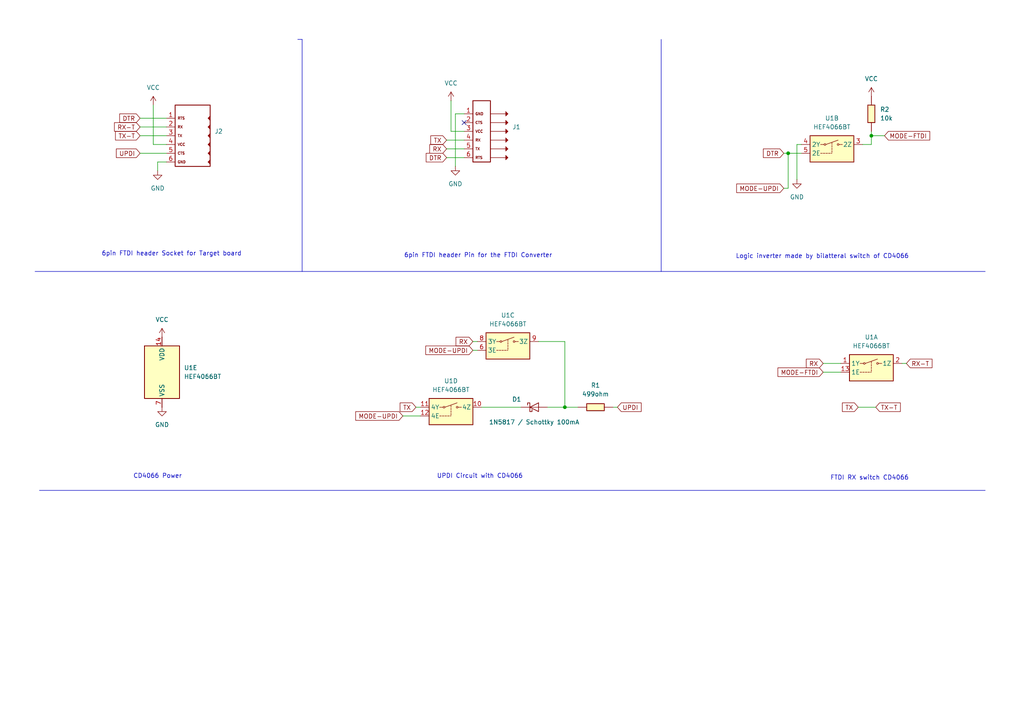
<source format=kicad_sch>
(kicad_sch (version 20250114) (generator "eeschema") (generator_version "9.0")
  (paper "A4")
  (title_block (title "Auto UPD I/ FTDI Conveter using bilateral switch v2") (date "2025-05-14") (rev "v2.0") (company "DesignedbySaheenPalayi | SuperFablabKera"))
  (lib_symbols
    (symbol "Analog_Switch:HEF4066BT"
      (property "Reference" "U" (at -4.572 9.144 0))
      (property "Value" "HEF4066BT" (at 7.62 9.144 0))
      (symbol "HEF4066BT_1_1"
        (rectangle (start -5.08 5.08) (end 7.62 -2.54) (stroke (width 0.254)) (fill (type background)))
        (polyline (pts (xy -2.032 2.54) (xy -1.016 2.54)))
        (polyline (pts (xy -2.032 0) (xy -1.524 0)))
        (polyline (pts (xy -1.27 0) (xy -0.762 0)))
        (circle (center -0.762 2.54) (radius 0.254))
        (polyline (pts (xy -0.508 2.54) (xy 3.048 3.81)))
        (polyline (pts (xy -0.508 0) (xy 0 0)))
        (polyline (pts (xy 0.254 0) (xy 0.762 0)))
        (polyline (pts (xy 1.016 0) (xy 1.27 0)))
        (polyline (pts (xy 1.27 2.54) (xy 1.27 3.048)))
        (polyline (pts (xy 1.27 1.778) (xy 1.27 2.286)))
        (polyline (pts (xy 1.27 1.016) (xy 1.27 1.524)))
        (polyline (pts (xy 1.27 0.254) (xy 1.27 0.762)))
        (circle (center 3.048 2.54) (radius 0.254))
        (polyline (pts (xy 4.318 2.54) (xy 3.302 2.54)))
        (pin passive line (at -7.62 2.54 0) (length 2.54) (name "1Y") (number "1"))
        (pin input line (at -7.62 0 0) (length 2.54) (name "1E") (number "13"))
        (pin passive line (at 10.16 2.54 180) (length 2.54) (name "1Z") (number "2"))
      )
      (symbol "HEF4066BT_2_1"
        (rectangle (start -5.08 5.08) (end 7.62 -2.54) (stroke (width 0.254)) (fill (type background)))
        (polyline (pts (xy -2.032 2.54) (xy -1.016 2.54)))
        (polyline (pts (xy -2.032 0) (xy -1.524 0)))
        (polyline (pts (xy -1.27 0) (xy -0.762 0)))
        (circle (center -0.762 2.54) (radius 0.254))
        (polyline (pts (xy -0.508 2.54) (xy 3.048 3.81)))
        (polyline (pts (xy -0.508 0) (xy 0 0)))
        (polyline (pts (xy 0.254 0) (xy 0.762 0)))
        (polyline (pts (xy 1.016 0) (xy 1.27 0)))
        (polyline (pts (xy 1.27 2.54) (xy 1.27 3.048)))
        (polyline (pts (xy 1.27 1.778) (xy 1.27 2.286)))
        (polyline (pts (xy 1.27 1.016) (xy 1.27 1.524)))
        (polyline (pts (xy 1.27 0.254) (xy 1.27 0.762)))
        (circle (center 3.048 2.54) (radius 0.254))
        (polyline (pts (xy 4.318 2.54) (xy 3.302 2.54)))
        (pin passive line (at -7.62 2.54 0) (length 2.54) (name "2Y") (number "4"))
        (pin input line (at -7.62 0 0) (length 2.54) (name "2E") (number "5"))
        (pin passive line (at 10.16 2.54 180) (length 2.54) (name "2Z") (number "3"))
      )
      (symbol "HEF4066BT_3_1"
        (rectangle (start -5.08 5.08) (end 7.62 -2.54) (stroke (width 0.254)) (fill (type background)))
        (polyline (pts (xy -2.032 2.54) (xy -1.016 2.54)))
        (polyline (pts (xy -2.032 0) (xy -1.524 0)))
        (polyline (pts (xy -1.27 0) (xy -0.762 0)))
        (circle (center -0.762 2.54) (radius 0.254))
        (polyline (pts (xy -0.508 2.54) (xy 3.048 3.81)))
        (polyline (pts (xy -0.508 0) (xy 0 0)))
        (polyline (pts (xy 0.254 0) (xy 0.762 0)))
        (polyline (pts (xy 1.016 0) (xy 1.27 0)))
        (polyline (pts (xy 1.27 2.54) (xy 1.27 3.048)))
        (polyline (pts (xy 1.27 1.778) (xy 1.27 2.286)))
        (polyline (pts (xy 1.27 1.016) (xy 1.27 1.524)))
        (polyline (pts (xy 1.27 0.254) (xy 1.27 0.762)))
        (circle (center 3.048 2.54) (radius 0.254))
        (polyline (pts (xy 4.318 2.54) (xy 3.302 2.54)))
        (pin passive line (at -7.62 2.54 0) (length 2.54) (name "3Y") (number "8"))
        (pin input line (at -7.62 0 0) (length 2.54) (name "3E") (number "6"))
        (pin passive line (at 10.16 2.54 180) (length 2.54) (name "3Z") (number "9"))
      )
      (symbol "HEF4066BT_4_1"
        (rectangle (start -5.08 5.08) (end 7.62 -2.54) (stroke (width 0.254)) (fill (type background)))
        (polyline (pts (xy -2.032 2.54) (xy -1.016 2.54)))
        (polyline (pts (xy -2.032 0) (xy -1.524 0)))
        (polyline (pts (xy -1.27 0) (xy -0.762 0)))
        (circle (center -0.762 2.54) (radius 0.254))
        (polyline (pts (xy -0.508 2.54) (xy 3.048 3.81)))
        (polyline (pts (xy -0.508 0) (xy 0 0)))
        (polyline (pts (xy 0.254 0) (xy 0.762 0)))
        (polyline (pts (xy 1.016 0) (xy 1.27 0)))
        (polyline (pts (xy 1.27 2.54) (xy 1.27 3.048)))
        (polyline (pts (xy 1.27 1.778) (xy 1.27 2.286)))
        (polyline (pts (xy 1.27 1.016) (xy 1.27 1.524)))
        (polyline (pts (xy 1.27 0.254) (xy 1.27 0.762)))
        (circle (center 3.048 2.54) (radius 0.254))
        (polyline (pts (xy 4.318 2.54) (xy 3.302 2.54)))
        (pin passive line (at -7.62 2.54 0) (length 2.54) (name "4Y") (number "11"))
        (pin input line (at -7.62 0 0) (length 2.54) (name "4E") (number "12"))
        (pin passive line (at 10.16 2.54 180) (length 2.54) (name "4Z") (number "10"))
      )
      (symbol "HEF4066BT_5_1"
        (rectangle (start -5.08 7.62) (end 5.08 -7.62) (stroke (width 0.254)) (fill (type background)))
        (pin power_in line (at 0 10.16 270) (length 2.54) (name "VDD") (number "14"))
        (pin power_in line (at 0 -10.16 90) (length 2.54) (name "VSS") (number "7"))
      )
    )
    (symbol "fab:Conn_PinHeader_FTDI_1x06_P2.54mm_Horizontal_SMD"
      (property "Reference" "J" (at 0 10.16 0))
      (property "Value" "Conn_PinHeader_FTDI_1x06_P2.54mm_Horizontal_SMD" (at 0 -10.16 0))
      (symbol "Conn_PinHeader_FTDI_1x06_P2.54mm_Horizontal_SMD_0_0"
        (polyline (pts (xy 2.54 5.08) (xy 7.62 5.08)))
        (polyline (pts (xy 2.54 2.54) (xy 7.62 2.54)))
        (polyline (pts (xy 2.54 0) (xy 7.62 0)))
        (polyline (pts (xy 2.54 -2.54) (xy 7.62 -2.54)))
        (polyline (pts (xy 2.54 -5.08) (xy 7.62 -5.08)))
        (polyline (pts (xy 2.54 -7.62) (xy 7.62 -7.62)))
        (polyline (pts (xy 6.985 5.715) (xy 7.62 5.08) (xy 6.985 4.445) (xy 6.985 5.715)) (fill (type outline)))
        (polyline (pts (xy 6.985 3.175) (xy 7.62 2.54) (xy 6.985 1.905) (xy 6.985 3.175)) (fill (type outline)))
        (polyline (pts (xy 6.985 0.635) (xy 7.62 0) (xy 6.985 -0.635) (xy 6.985 0.635)) (fill (type outline)))
        (polyline (pts (xy 6.985 -1.905) (xy 7.62 -2.54) (xy 6.985 -3.175) (xy 6.985 -1.905)) (fill (type outline)))
        (polyline (pts (xy 6.985 -4.445) (xy 7.62 -5.08) (xy 6.985 -5.715) (xy 6.985 -4.445)) (fill (type outline)))
        (polyline (pts (xy 6.985 -6.985) (xy 7.62 -7.62) (xy 6.985 -8.255) (xy 6.985 -6.985)) (fill (type outline)))
        (text "GND" (at -1.905 5.08 0) (effects (font (size 0.75 0.75)) (justify left)))
        (text "CTS" (at -1.905 2.54 0) (effects (font (size 0.75 0.75)) (justify left)))
        (text "VCC" (at -1.905 0 0) (effects (font (size 0.75 0.75)) (justify left)))
        (text "RX" (at -1.905 -2.54 0) (effects (font (size 0.75 0.75)) (justify left)))
        (text "TX" (at -1.905 -5.08 0) (effects (font (size 0.75 0.75)) (justify left)))
        (text "RTS" (at -1.905 -7.62 0) (effects (font (size 0.75 0.75)) (justify left)))
      )
      (symbol "Conn_PinHeader_FTDI_1x06_P2.54mm_Horizontal_SMD_1_0"
        (rectangle (start -2.54 8.89) (end 2.54 -8.89) (stroke (width 0.254)))
      )
      (symbol "Conn_PinHeader_FTDI_1x06_P2.54mm_Horizontal_SMD_1_1"
        (pin passive line (at -5.08 5.08 0) (length 2.54) (name "") (number "1"))
        (pin passive line (at -5.08 2.54 0) (length 2.54) (name "") (number "2"))
        (pin passive line (at -5.08 0 0) (length 2.54) (name "") (number "3"))
        (pin passive line (at -5.08 -2.54 0) (length 2.54) (name "") (number "4"))
        (pin passive line (at -5.08 -5.08 0) (length 2.54) (name "") (number "5"))
        (pin passive line (at -5.08 -7.62 0) (length 2.54) (name "") (number "6"))
      )
    )
    (symbol "fab:Conn_PinSocket_FTDI_1x06_P2.54mm_Horizontal_SMD"
      (property "Reference" "J" (at 0 10.16 0))
      (property "Value" "Conn_PinSocket_FTDI_1x06_P2.54mm_Horizontal_SMD" (at 0 -10.16 0))
      (symbol "Conn_PinSocket_FTDI_1x06_P2.54mm_Horizontal_SMD_0_0"
        (polyline (pts (xy -2.286 -7.366) (xy -2.286 -7.366)))
        (polyline (pts (xy 5.08 5.715) (xy 4.445 5.08) (xy 5.08 4.445) (xy 5.08 5.715)) (fill (type outline)))
        (polyline (pts (xy 5.08 3.175) (xy 4.445 2.54) (xy 5.08 1.905) (xy 5.08 3.175)) (fill (type outline)))
        (polyline (pts (xy 5.08 0.635) (xy 4.445 0) (xy 5.08 -0.635) (xy 5.08 0.635)) (fill (type outline)))
        (polyline (pts (xy 5.08 -1.905) (xy 4.445 -2.54) (xy 5.08 -3.175) (xy 5.08 -1.905)) (fill (type outline)))
        (polyline (pts (xy 5.08 -4.445) (xy 4.445 -5.08) (xy 5.08 -5.715) (xy 5.08 -4.445)) (fill (type outline)))
        (polyline (pts (xy 5.08 -6.985) (xy 4.445 -7.62) (xy 5.08 -8.255) (xy 5.08 -6.985)) (fill (type outline)))
        (text "RTS" (at -4.445 5.08 0) (effects (font (size 0.75 0.75)) (justify left)))
        (text "RX" (at -4.445 2.54 0) (effects (font (size 0.75 0.75)) (justify left)))
        (text "TX" (at -4.445 0 0) (effects (font (size 0.75 0.75)) (justify left)))
        (text "VCC" (at -4.445 -2.54 0) (effects (font (size 0.75 0.75)) (justify left)))
        (text "CTS" (at -4.445 -5.08 0) (effects (font (size 0.75 0.75)) (justify left)))
        (text "GND" (at -4.445 -7.62 0) (effects (font (size 0.75 0.75)) (justify left)))
      )
      (symbol "Conn_PinSocket_FTDI_1x06_P2.54mm_Horizontal_SMD_1_1"
        (rectangle (start -5.08 8.89) (end 5.08 -8.89) (stroke (width 0.254)))
        (pin passive line (at -7.62 5.08 0) (length 2.54) (name "") (number "1"))
        (pin passive line (at -7.62 2.54 0) (length 2.54) (name "") (number "2"))
        (pin passive line (at -7.62 0 0) (length 2.54) (name "") (number "3"))
        (pin passive line (at -7.62 -2.54 0) (length 2.54) (name "") (number "4"))
        (pin passive line (at -7.62 -5.08 0) (length 2.54) (name "") (number "5"))
        (pin passive line (at -7.62 -7.62 0) (length 2.54) (name "") (number "6"))
      )
    )
    (symbol "fab:Diode_Schottky_MiniSMA" (pin_numbers (hide yes)) (pin_names (offset 1.016) (hide yes))
      (property "Reference" "D" (at 0 2.54 0))
      (property "Value" "Diode_Schottky_MiniSMA" (at 0 -2.54 0))
      (symbol "Diode_Schottky_MiniSMA_0_1"
        (polyline (pts (xy -1.905 0.635) (xy -1.905 1.27) (xy -1.27 1.27) (xy -1.27 -1.27) (xy -0.635 -1.27) (xy -0.635 -0.635)) (stroke (width 0.2032)))
        (polyline (pts (xy 1.27 1.27) (xy 1.27 -1.27) (xy -1.27 0) (xy 1.27 1.27)) (stroke (width 0.2032)))
        (polyline (pts (xy 1.27 0) (xy -1.27 0)))
      )
      (symbol "Diode_Schottky_MiniSMA_1_1"
        (pin passive line (at -3.81 0 0) (length 2.54) (name "K") (number "1"))
        (pin passive line (at 3.81 0 180) (length 2.54) (name "A") (number "2"))
      )
    )
    (symbol "fab:R_1206" (pin_numbers (hide yes)) (pin_names (offset 0))
      (property "Reference" "R" (at 2.54 0 90))
      (property "Value" "R_1206" (at -2.54 0 90))
      (symbol "R_1206_0_1"
        (rectangle (start -1.016 -2.54) (end 1.016 2.54) (stroke (width 0.254)) (fill (type background)))
      )
      (symbol "R_1206_1_1"
        (pin passive line (at 0 5.08 270) (length 2.54) (name "~") (number "1"))
        (pin passive line (at 0 -5.08 90) (length 2.54) (name "~") (number "2"))
      )
    )
    (symbol "power:GND" (power) (pin_numbers (hide yes)) (pin_names (offset 0) (hide yes))
      (property "Value" "GND" (at 0 -3.81 0))
      (symbol "GND_0_1"
        (polyline (pts (xy 0 0) (xy 0 -1.27) (xy 1.27 -1.27) (xy 0 -2.54) (xy -1.27 -1.27) (xy 0 -1.27)))
      )
      (symbol "GND_1_1"
        (pin power_in line (at 0 0 270) (length 0) (name "~") (number "1"))
      )
    )
    (symbol "power:VCC" (power) (pin_numbers (hide yes)) (pin_names (offset 0) (hide yes))
      (property "Value" "VCC" (at 0 3.556 0))
      (symbol "VCC_0_1"
        (polyline (pts (xy -0.762 1.27) (xy 0 2.54)))
        (polyline (pts (xy 0 2.54) (xy 0.762 1.27)))
        (polyline (pts (xy 0 0) (xy 0 2.54)))
      )
      (symbol "VCC_1_1"
        (pin power_in line (at 0 0 90) (length 0) (name "~") (number "1"))
      )
    )
  )
  (text "Logic inverter made by bilatteral switch of CD4066" (at 238.506 74.422 0) (effects (font (size 1.27 1.27))))
  (text "CD4066 Power" (at 45.72 138.176 0) (effects (font (size 1.27 1.27))))
  (text "UPDI Circuit with CD4066" (at 139.192 138.176 0) (effects (font (size 1.27 1.27))))
  (text "FTDI RX switch CD4066" (at 252.222 138.684 0) (effects (font (size 1.27 1.27))))
  (text "6pin FTDI header Socket for Target board" (at 49.784 73.66 0) (effects (font (size 1.27 1.27))))
  (text "6pin FTDI header Pin for the FTDI Converter" (at 138.684 74.168 0) (effects (font (size 1.27 1.27))))
  (junction (at 228.6 44.45))
  (junction (at 163.83 118.11))
  (junction (at 252.73 39.37))
  (no_connect (at 134.62 35.56))
  (wire (pts (xy 116.84 120.65) (xy 121.92 120.65)))
  (wire (pts (xy 40.64 44.45) (xy 48.26 44.45)))
  (wire (pts (xy 163.83 99.06) (xy 163.83 118.11)))
  (wire (pts (xy 139.7 118.11) (xy 151.13 118.11)))
  (wire (pts (xy 45.72 49.53) (xy 45.72 46.99)))
  (polyline (pts (xy 11.43 142.24) (xy 285.75 142.24)))
  (wire (pts (xy 262.89 105.41) (xy 261.62 105.41)))
  (wire (pts (xy 179.07 118.11) (xy 177.8 118.11)))
  (wire (pts (xy 227.33 44.45) (xy 228.6 44.45)))
  (polyline (pts (xy 86.36 11.43) (xy 87.63 11.43)))
  (wire (pts (xy 129.54 43.18) (xy 134.62 43.18)))
  (wire (pts (xy 132.08 33.02) (xy 134.62 33.02)))
  (wire (pts (xy 120.65 118.11) (xy 121.92 118.11)))
  (wire (pts (xy 40.64 39.37) (xy 48.26 39.37)))
  (wire (pts (xy 130.81 29.21) (xy 130.81 38.1)))
  (wire (pts (xy 130.81 38.1) (xy 134.62 38.1)))
  (wire (pts (xy 156.21 99.06) (xy 163.83 99.06)))
  (wire (pts (xy 40.64 36.83) (xy 48.26 36.83)))
  (wire (pts (xy 252.73 38.1) (xy 252.73 39.37)))
  (wire (pts (xy 45.72 46.99) (xy 48.26 46.99)))
  (wire (pts (xy 129.54 45.72) (xy 134.62 45.72)))
  (wire (pts (xy 137.16 99.06) (xy 138.43 99.06)))
  (polyline (pts (xy 10.16 78.74) (xy 285.75 78.74)))
  (wire (pts (xy 132.08 33.02) (xy 132.08 48.26)))
  (wire (pts (xy 250.19 41.91) (xy 252.73 41.91)))
  (wire (pts (xy 238.76 105.41) (xy 243.84 105.41)))
  (wire (pts (xy 231.14 52.07) (xy 231.14 41.91)))
  (wire (pts (xy 129.54 40.64) (xy 134.62 40.64)))
  (polyline (pts (xy 191.77 11.43) (xy 191.77 78.74)))
  (wire (pts (xy 252.73 39.37) (xy 256.54 39.37)))
  (wire (pts (xy 231.14 41.91) (xy 232.41 41.91)))
  (wire (pts (xy 40.64 34.29) (xy 48.26 34.29)))
  (wire (pts (xy 44.45 41.91) (xy 48.26 41.91)))
  (wire (pts (xy 252.73 39.37) (xy 252.73 41.91)))
  (wire (pts (xy 137.16 101.6) (xy 138.43 101.6)))
  (wire (pts (xy 228.6 44.45) (xy 228.6 54.61)))
  (wire (pts (xy 238.76 107.95) (xy 243.84 107.95)))
  (wire (pts (xy 228.6 44.45) (xy 232.41 44.45)))
  (polyline (pts (xy 87.63 78.74) (xy 87.63 11.43)))
  (wire (pts (xy 163.83 118.11) (xy 167.64 118.11)))
  (wire (pts (xy 158.75 118.11) (xy 163.83 118.11)))
  (wire (pts (xy 227.33 54.61) (xy 228.6 54.61)))
  (wire (pts (xy 44.45 30.48) (xy 44.45 41.91)))
  (wire (pts (xy 248.92 118.11) (xy 254 118.11)))
  (global_label "MODE-UPDI" (shape input) (at 116.84 120.65 180) (property "Intersheetrefs" "${INTERSHEET_REFS}" (effects (hide yes))))
  (global_label "UPDI" (shape input) (at 40.64 44.45 180) (property "Intersheetrefs" "${INTERSHEET_REFS}" (effects (hide yes))))
  (global_label "DTR" (shape input) (at 129.54 45.72 180) (property "Intersheetrefs" "${INTERSHEET_REFS}" (effects (hide yes))))
  (global_label "TX" (shape input) (at 248.92 118.11 180) (property "Intersheetrefs" "${INTERSHEET_REFS}" (effects (hide yes))))
  (global_label "MODE-UPDI" (shape input) (at 137.16 101.6 180) (property "Intersheetrefs" "${INTERSHEET_REFS}" (effects (hide yes))))
  (global_label "MODE-UPDI" (shape input) (at 227.33 54.61 180) (property "Intersheetrefs" "${INTERSHEET_REFS}" (effects (hide yes))))
  (global_label "DTR" (shape input) (at 227.33 44.45 180) (property "Intersheetrefs" "${INTERSHEET_REFS}" (effects (hide yes))))
  (global_label "MODE-FTDI" (shape input) (at 238.76 107.95 180) (property "Intersheetrefs" "${INTERSHEET_REFS}" (effects (hide yes))))
  (global_label "TX-T" (shape input) (at 40.64 39.37 180) (property "Intersheetrefs" "${INTERSHEET_REFS}" (effects (hide yes))))
  (global_label "TX-T" (shape input) (at 254 118.11 0) (property "Intersheetrefs" "${INTERSHEET_REFS}" (effects (hide yes))))
  (global_label "DTR" (shape input) (at 40.64 34.29 180) (property "Intersheetrefs" "${INTERSHEET_REFS}" (effects (hide yes))))
  (global_label "TX" (shape input) (at 120.65 118.11 180) (property "Intersheetrefs" "${INTERSHEET_REFS}" (effects (hide yes))))
  (global_label "RX" (shape input) (at 137.16 99.06 180) (property "Intersheetrefs" "${INTERSHEET_REFS}" (effects (hide yes))))
  (global_label "TX" (shape input) (at 129.54 40.64 180) (property "Intersheetrefs" "${INTERSHEET_REFS}" (effects (hide yes))))
  (global_label "RX-T" (shape input) (at 262.89 105.41 0) (property "Intersheetrefs" "${INTERSHEET_REFS}" (effects (hide yes))))
  (global_label "RX" (shape input) (at 238.76 105.41 180) (property "Intersheetrefs" "${INTERSHEET_REFS}" (effects (hide yes))))
  (global_label "MODE-FTDI" (shape input) (at 256.54 39.37 0) (property "Intersheetrefs" "${INTERSHEET_REFS}" (effects (hide yes))))
  (global_label "RX" (shape input) (at 129.54 43.18 180) (property "Intersheetrefs" "${INTERSHEET_REFS}" (effects (hide yes))))
  (global_label "RX-T" (shape input) (at 40.64 36.83 180) (property "Intersheetrefs" "${INTERSHEET_REFS}" (effects (hide yes))))
  (global_label "UPDI" (shape input) (at 179.07 118.11 0) (property "Intersheetrefs" "${INTERSHEET_REFS}" (effects (hide yes))))
  (symbol (lib_id "Analog_Switch:HEF4066BT") (at 129.54 120.65 0) (unit 4)
    (property "Reference" "U1" (at 130.81 110.49 0))
    (property "Value" "HEF4066BT" (at 130.81 113.03 0))
    (property "Footprint" "Package_SO:SOIC-14_3.9x8.7mm_P1.27mm" (effects (hide yes)))
    (property "Datasheet" "https://assets.nexperia.com/documents/data-sheet/HEF4066B.pdf" (effects (hide yes)))
    (property "Description" "Quad single-pole single-throw analog switch, 3.0...15.0V supply, VI = 0...VDD, f(-3dB) = 90MHz, RON(peak) = 350 / 80 / 60 ohms (for VI from 0V to VDD, with VDD 5 / 10 / 15V respectively), SOIC-14" (effects (hide yes)))
  )
  (symbol (lib_id "power:GND") (at 46.99 118.11 0) (unit 1)
    (property "Reference" "#PWR01" (effects (hide yes)))
    (property "Value" "GND" (at 46.99 123.19 0))
    (property "Description" "Power symbol creates a global label with name \"GND\" , ground" (effects (hide yes)))
  )
  (symbol (lib_id "power:GND") (at 132.08 48.26 0) (unit 1)
    (property "Reference" "#PWR06" (effects (hide yes)))
    (property "Value" "GND" (at 132.08 53.34 0))
    (property "Description" "Power symbol creates a global label with name \"GND\" , ground" (effects (hide yes)))
  )
  (symbol (lib_id "Analog_Switch:HEF4066BT") (at 46.99 107.95 0) (unit 5)
    (property "Reference" "U1" (at 53.34 106.6799 0) (effects (justify left)))
    (property "Value" "HEF4066BT" (at 53.34 109.2199 0) (effects (justify left)))
    (property "Footprint" "Package_SO:SOIC-14_3.9x8.7mm_P1.27mm" (effects (hide yes)))
    (property "Datasheet" "https://assets.nexperia.com/documents/data-sheet/HEF4066B.pdf" (effects (hide yes)))
    (property "Description" "Quad single-pole single-throw analog switch, 3.0...15.0V supply, VI = 0...VDD, f(-3dB) = 90MHz, RON(peak) = 350 / 80 / 60 ohms (for VI from 0V to VDD, with VDD 5 / 10 / 15V respectively), SOIC-14" (effects (hide yes)))
  )
  (symbol (lib_id "fab:Conn_PinSocket_FTDI_1x06_P2.54mm_Horizontal_SMD") (at 55.88 39.37 0) (unit 1)
    (property "Reference" "J2" (at 62.23 38.0999 0) (effects (justify left)))
    (property "Value" "Conn_PinSocket_FTDI_1x06_P2.54mm_Horizontal_SMD" (effects (hide yes)))
    (property "Footprint" "fab:PinSocket_1x06_P2.54mm_Horizontal_SMD" (effects (hide yes)))
    (property "Description" "FTDI socket connector, usually used on the host side, such as the USB-to-Serial bridge" (effects (hide yes)))
  )
  (symbol (lib_id "power:VCC") (at 130.81 29.21 0) (unit 1)
    (property "Reference" "#PWR05" (effects (hide yes)))
    (property "Value" "VCC" (at 130.81 24.13 0))
    (property "Description" "Power symbol creates a global label with name \"VCC\"" (effects (hide yes)))
  )
  (symbol (lib_id "Analog_Switch:HEF4066BT") (at 240.03 44.45 0) (unit 2)
    (property "Reference" "U1" (at 241.3 34.29 0))
    (property "Value" "HEF4066BT" (at 241.3 36.83 0))
    (property "Footprint" "Package_SO:SOIC-14_3.9x8.7mm_P1.27mm" (effects (hide yes)))
    (property "Datasheet" "https://assets.nexperia.com/documents/data-sheet/HEF4066B.pdf" (effects (hide yes)))
    (property "Description" "Quad single-pole single-throw analog switch, 3.0...15.0V supply, VI = 0...VDD, f(-3dB) = 90MHz, RON(peak) = 350 / 80 / 60 ohms (for VI from 0V to VDD, with VDD 5 / 10 / 15V respectively), SOIC-14" (effects (hide yes)))
  )
  (symbol (lib_id "Analog_Switch:HEF4066BT") (at 251.46 107.95 0) (unit 1)
    (property "Reference" "U1" (at 252.73 97.79 0))
    (property "Value" "HEF4066BT" (at 252.73 100.33 0))
    (property "Footprint" "Package_SO:SOIC-14_3.9x8.7mm_P1.27mm" (effects (hide yes)))
    (property "Datasheet" "https://assets.nexperia.com/documents/data-sheet/HEF4066B.pdf" (effects (hide yes)))
    (property "Description" "Quad single-pole single-throw analog switch, 3.0...15.0V supply, VI = 0...VDD, f(-3dB) = 90MHz, RON(peak) = 350 / 80 / 60 ohms (for VI from 0V to VDD, with VDD 5 / 10 / 15V respectively), SOIC-14" (effects (hide yes)))
  )
  (symbol (lib_id "power:GND") (at 45.72 49.53 0) (unit 1)
    (property "Reference" "#PWR03" (effects (hide yes)))
    (property "Value" "GND" (at 45.72 54.61 0))
    (property "Description" "Power symbol creates a global label with name \"GND\" , ground" (effects (hide yes)))
  )
  (symbol (lib_id "fab:Conn_PinHeader_FTDI_1x06_P2.54mm_Horizontal_SMD") (at 139.7 38.1 0) (unit 1)
    (property "Reference" "J1" (at 148.59 36.8299 0) (effects (justify left)))
    (property "Value" "Conn_PinHeader_FTDI_1x06_P2.54mm_Horizontal_SMD" (effects (hide yes)))
    (property "Footprint" "fab:PinHeader_1x06_P2.54mm_Horizontal_SMD" (effects (hide yes)))
    (property "Description" "FTDI header connector, usually used on the target board side" (effects (hide yes)))
  )
  (symbol (lib_id "fab:R_1206") (at 172.72 118.11 90) (unit 1)
    (property "Reference" "R1" (at 172.72 111.76 90))
    (property "Value" "499ohm" (at 172.72 114.3 90))
    (property "Footprint" "fab:R_1206" (effects (hide yes)))
    (property "Description" "Resistor" (effects (hide yes)))
  )
  (symbol (lib_id "power:VCC") (at 44.45 30.48 0) (unit 1)
    (property "Reference" "#PWR04" (effects (hide yes)))
    (property "Value" "VCC" (at 44.45 25.4 0))
    (property "Description" "Power symbol creates a global label with name \"VCC\"" (effects (hide yes)))
  )
  (symbol (lib_id "power:VCC") (at 252.73 27.94 0) (unit 1)
    (property "Reference" "#PWR07" (effects (hide yes)))
    (property "Value" "VCC" (at 252.73 22.86 0))
    (property "Description" "Power symbol creates a global label with name \"VCC\"" (effects (hide yes)))
  )
  (symbol (lib_id "fab:Diode_Schottky_MiniSMA") (at 154.94 118.11 0) (unit 1)
    (property "Reference" "D1" (at 149.86 115.824 0))
    (property "Value" "1N5817 / Schottky 100mA" (at 154.94 122.428 0))
    (property "Footprint" "fab:Diode_Schottky_MiniSMA" (effects (hide yes)))
    (property "Datasheet" "https://www.st.com/content/ccc/resource/technical/document/datasheet/c6/32/d4/4a/28/d3/4b/11/CD00004930.pdf/files/CD00004930.pdf/jcr:content/translations/en.CD00004930.pdf" (effects (hide yes)))
    (property "Description" "Schottky diode with Mini-SMA footprint" (effects (hide yes)))
  )
  (symbol (lib_id "power:VCC") (at 46.99 97.79 0) (unit 1)
    (property "Reference" "#PWR02" (effects (hide yes)))
    (property "Value" "VCC" (at 46.99 92.71 0))
    (property "Description" "Power symbol creates a global label with name \"VCC\"" (effects (hide yes)))
  )
  (symbol (lib_id "power:GND") (at 231.14 52.07 0) (unit 1)
    (property "Reference" "#PWR08" (effects (hide yes)))
    (property "Value" "GND" (at 231.14 57.15 0))
    (property "Description" "Power symbol creates a global label with name \"GND\" , ground" (effects (hide yes)))
  )
  (symbol (lib_id "fab:R_1206") (at 252.73 33.02 180) (unit 1)
    (property "Reference" "R2" (at 255.27 31.7499 0) (effects (justify right)))
    (property "Value" "10k" (at 255.27 34.2899 0) (effects (justify right)))
    (property "Footprint" "fab:R_1206" (effects (hide yes)))
    (property "Description" "Resistor" (effects (hide yes)))
  )
  (symbol (lib_id "Analog_Switch:HEF4066BT") (at 146.05 101.6 0) (unit 3)
    (property "Reference" "U1" (at 147.32 91.44 0))
    (property "Value" "HEF4066BT" (at 147.32 93.98 0))
    (property "Footprint" "Package_SO:SOIC-14_3.9x8.7mm_P1.27mm" (effects (hide yes)))
    (property "Datasheet" "https://assets.nexperia.com/documents/data-sheet/HEF4066B.pdf" (effects (hide yes)))
    (property "Description" "Quad single-pole single-throw analog switch, 3.0...15.0V supply, VI = 0...VDD, f(-3dB) = 90MHz, RON(peak) = 350 / 80 / 60 ohms (for VI from 0V to VDD, with VDD 5 / 10 / 15V respectively), SOIC-14" (effects (hide yes)))
  )
)
</source>
